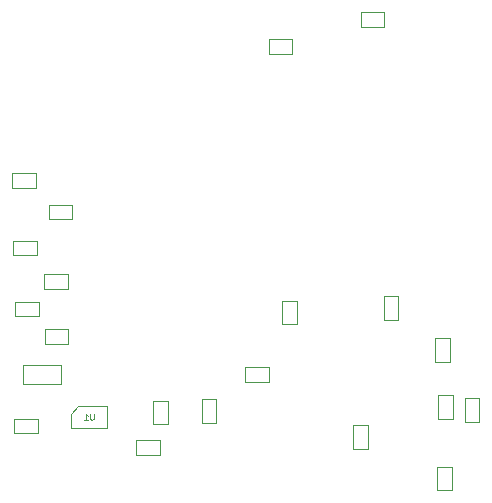
<source format=gbr>
G04 #@! TF.GenerationSoftware,KiCad,Pcbnew,5.1.7-a382d34a8~88~ubuntu18.04.1*
G04 #@! TF.CreationDate,2021-06-07T17:39:16+05:30*
G04 #@! TF.ProjectId,stm32wb_Dev_v2,73746d33-3277-4625-9f44-65765f76322e,rev?*
G04 #@! TF.SameCoordinates,Original*
G04 #@! TF.FileFunction,Other,Fab,Bot*
%FSLAX46Y46*%
G04 Gerber Fmt 4.6, Leading zero omitted, Abs format (unit mm)*
G04 Created by KiCad (PCBNEW 5.1.7-a382d34a8~88~ubuntu18.04.1) date 2021-06-07 17:39:16*
%MOMM*%
%LPD*%
G01*
G04 APERTURE LIST*
%ADD10C,0.100000*%
%ADD11C,0.075000*%
G04 APERTURE END LIST*
D10*
X85656600Y-82222400D02*
X85656600Y-83822400D01*
X88856600Y-82222400D02*
X85656600Y-82222400D01*
X88856600Y-83822400D02*
X88856600Y-82222400D01*
X85656600Y-83822400D02*
X88856600Y-83822400D01*
X84911200Y-87975700D02*
X86911200Y-87975700D01*
X86911200Y-87975700D02*
X86911200Y-86735700D01*
X86911200Y-86735700D02*
X84911200Y-86735700D01*
X84911200Y-86735700D02*
X84911200Y-87975700D01*
X114882000Y-89313300D02*
X114882000Y-87313300D01*
X114882000Y-87313300D02*
X113642000Y-87313300D01*
X113642000Y-87313300D02*
X113642000Y-89313300D01*
X113642000Y-89313300D02*
X114882000Y-89313300D01*
X104472000Y-83594200D02*
X106472000Y-83594200D01*
X106472000Y-83594200D02*
X106472000Y-82354200D01*
X106472000Y-82354200D02*
X104472000Y-82354200D01*
X104472000Y-82354200D02*
X104472000Y-83594200D01*
X87851700Y-68622900D02*
X87851700Y-69862900D01*
X89851700Y-68622900D02*
X87851700Y-68622900D01*
X89851700Y-69862900D02*
X89851700Y-68622900D01*
X87851700Y-69862900D02*
X89851700Y-69862900D01*
X107587000Y-78739200D02*
X108827000Y-78739200D01*
X107587000Y-76739200D02*
X107587000Y-78739200D01*
X108827000Y-76739200D02*
X107587000Y-76739200D01*
X108827000Y-78739200D02*
X108827000Y-76739200D01*
X117437000Y-76367600D02*
X116197000Y-76367600D01*
X117437000Y-78367600D02*
X117437000Y-76367600D01*
X116197000Y-78367600D02*
X117437000Y-78367600D01*
X116197000Y-76367600D02*
X116197000Y-78367600D01*
X121966000Y-90815900D02*
X120726000Y-90815900D01*
X121966000Y-92815900D02*
X121966000Y-90815900D01*
X120726000Y-92815900D02*
X121966000Y-92815900D01*
X120726000Y-90815900D02*
X120726000Y-92815900D01*
X120830000Y-86739500D02*
X122070000Y-86739500D01*
X120830000Y-84739500D02*
X120830000Y-86739500D01*
X122070000Y-84739500D02*
X120830000Y-84739500D01*
X122070000Y-86739500D02*
X122070000Y-84739500D01*
X120550700Y-79914240D02*
X120550700Y-81914240D01*
X120550700Y-81914240D02*
X121790700Y-81914240D01*
X121790700Y-81914240D02*
X121790700Y-79914240D01*
X121790700Y-79914240D02*
X120550700Y-79914240D01*
X106472000Y-55859900D02*
X108472000Y-55859900D01*
X108472000Y-55859900D02*
X108472000Y-54619900D01*
X108472000Y-54619900D02*
X106472000Y-54619900D01*
X106472000Y-54619900D02*
X106472000Y-55859900D01*
X85027260Y-78087460D02*
X87027260Y-78087460D01*
X87027260Y-78087460D02*
X87027260Y-76847460D01*
X87027260Y-76847460D02*
X85027260Y-76847460D01*
X85027260Y-76847460D02*
X85027260Y-78087460D01*
X114265000Y-53573900D02*
X116265000Y-53573900D01*
X116265000Y-53573900D02*
X116265000Y-52333900D01*
X116265000Y-52333900D02*
X114265000Y-52333900D01*
X114265000Y-52333900D02*
X114265000Y-53573900D01*
X87503800Y-79186800D02*
X87503800Y-80426800D01*
X89503800Y-79186800D02*
X87503800Y-79186800D01*
X89503800Y-80426800D02*
X89503800Y-79186800D01*
X87503800Y-80426800D02*
X89503800Y-80426800D01*
X97932500Y-85217800D02*
X96692500Y-85217800D01*
X97932500Y-87217800D02*
X97932500Y-85217800D01*
X96692500Y-87217800D02*
X97932500Y-87217800D01*
X96692500Y-85217800D02*
X96692500Y-87217800D01*
X97221000Y-88536500D02*
X95221000Y-88536500D01*
X95221000Y-88536500D02*
X95221000Y-89776500D01*
X95221000Y-89776500D02*
X97221000Y-89776500D01*
X97221000Y-89776500D02*
X97221000Y-88536500D01*
X84758000Y-65935600D02*
X84758000Y-67175600D01*
X86758000Y-65935600D02*
X84758000Y-65935600D01*
X86758000Y-67175600D02*
X86758000Y-65935600D01*
X84758000Y-67175600D02*
X86758000Y-67175600D01*
X84852000Y-72918600D02*
X86852000Y-72918600D01*
X86852000Y-72918600D02*
X86852000Y-71678600D01*
X86852000Y-71678600D02*
X84852000Y-71678600D01*
X84852000Y-71678600D02*
X84852000Y-72918600D01*
X87479100Y-75768400D02*
X89479100Y-75768400D01*
X89479100Y-75768400D02*
X89479100Y-74528400D01*
X89479100Y-74528400D02*
X87479100Y-74528400D01*
X87479100Y-74528400D02*
X87479100Y-75768400D01*
X124310380Y-85032340D02*
X123070380Y-85032340D01*
X124310380Y-87032340D02*
X124310380Y-85032340D01*
X123070380Y-87032340D02*
X124310380Y-87032340D01*
X123070380Y-85032340D02*
X123070380Y-87032340D01*
X100800000Y-85085700D02*
X100800000Y-87085700D01*
X100800000Y-87085700D02*
X102040000Y-87085700D01*
X102040000Y-87085700D02*
X102040000Y-85085700D01*
X102040000Y-85085700D02*
X100800000Y-85085700D01*
X89709700Y-87504000D02*
X92809700Y-87504000D01*
X92809700Y-87504000D02*
X92809700Y-85704000D01*
X90359700Y-85704000D02*
X92809700Y-85704000D01*
X89709700Y-87504000D02*
X89709700Y-86354000D01*
X90359700Y-85704000D02*
X89709700Y-86354000D01*
D11*
X91640652Y-86330190D02*
X91640652Y-86734952D01*
X91616842Y-86782571D01*
X91593033Y-86806380D01*
X91545414Y-86830190D01*
X91450176Y-86830190D01*
X91402557Y-86806380D01*
X91378747Y-86782571D01*
X91354938Y-86734952D01*
X91354938Y-86330190D01*
X90854938Y-86830190D02*
X91140652Y-86830190D01*
X90997795Y-86830190D02*
X90997795Y-86330190D01*
X91045414Y-86401619D01*
X91093033Y-86449238D01*
X91140652Y-86473047D01*
M02*

</source>
